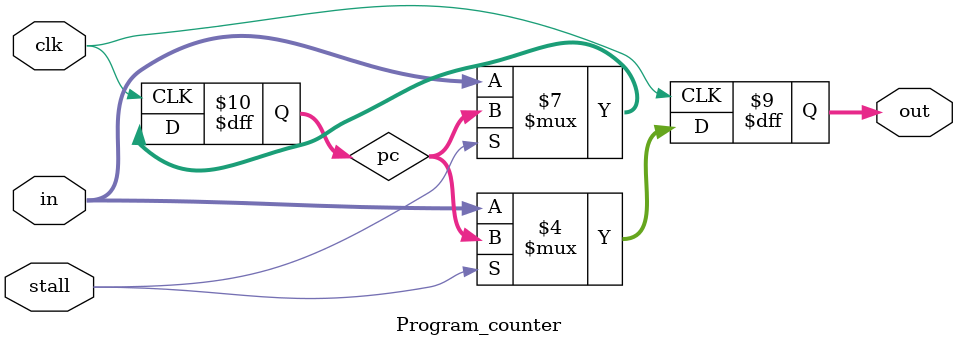
<source format=v>
`timescale 1ns / 1ps
module Program_counter(clk, stall, in, out);
input clk,stall;
input [31:0] in;
output reg[31:0] out;

//	integer i;
//	initial i=0;
//	
//	reg[31:0] pc;
//	always@(posedge clk)begin
//		if(i==0)begin
//			out = 0;
//			i = 1;
//			end
//		else if(stall)
//			out = pc;
//		else begin
//			pc = in;
//			out = pc;
//			end
//end


	initial out=0;

	reg[31:0] pc;
	always@(posedge clk)begin
		if(stall)
			out = pc;
		else begin
			pc = in;
			out = pc;
			end
end





endmodule 
</source>
